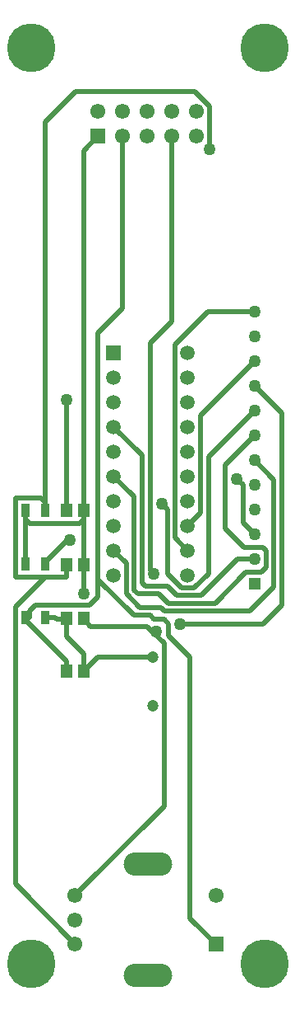
<source format=gbr>
%TF.GenerationSoftware,Altium Limited,Altium Designer,24.3.1 (35)*%
G04 Layer_Physical_Order=1*
G04 Layer_Color=255*
%FSLAX45Y45*%
%MOMM*%
%TF.SameCoordinates,0FFCB549-CC09-4AA2-A398-349E3E2AD51F*%
%TF.FilePolarity,Positive*%
%TF.FileFunction,Copper,L1,Top,Signal*%
%TF.Part,Single*%
G01*
G75*
%TA.AperFunction,SMDPad,CuDef*%
%ADD10R,0.95000X1.45000*%
%ADD11R,1.16000X1.47000*%
%TA.AperFunction,Conductor*%
%ADD12C,0.50000*%
%TA.AperFunction,ViaPad*%
%ADD13C,5.00000*%
%TA.AperFunction,ComponentPad*%
%ADD14C,1.55000*%
%ADD15R,1.55000X1.55000*%
%ADD16C,1.27000*%
%ADD17R,1.27000X1.27000*%
%ADD18R,1.50000X1.50000*%
%ADD19C,1.50000*%
%ADD20C,1.20000*%
G04:AMPARAMS|DCode=21|XSize=2.4mm|YSize=5mm|CornerRadius=1.2mm|HoleSize=0mm|Usage=FLASHONLY|Rotation=90.000|XOffset=0mm|YOffset=0mm|HoleType=Round|Shape=RoundedRectangle|*
%AMROUNDEDRECTD21*
21,1,2.40000,2.60000,0,0,90.0*
21,1,0.00000,5.00000,0,0,90.0*
1,1,2.40000,1.30000,0.00000*
1,1,2.40000,1.30000,0.00000*
1,1,2.40000,-1.30000,0.00000*
1,1,2.40000,-1.30000,0.00000*
%
%ADD21ROUNDEDRECTD21*%
%ADD22R,1.55000X1.55000*%
%TA.AperFunction,ViaPad*%
%ADD23C,1.27000*%
D10*
X442301Y4400000D02*
D03*
X242301D02*
D03*
Y3850001D02*
D03*
X442301D02*
D03*
Y4950999D02*
D03*
X242301D02*
D03*
D11*
X837499Y4399000D02*
D03*
X662498D02*
D03*
Y4949999D02*
D03*
X837499D02*
D03*
X662498Y3301153D02*
D03*
X837499D02*
D03*
Y3849001D02*
D03*
X662498D02*
D03*
D12*
X2600000Y6231998D02*
X2879080Y5952918D01*
Y3979160D02*
Y5952918D01*
X2686040Y3786120D02*
X2879080Y3979160D01*
X2798501Y4162741D02*
Y5271497D01*
X2512299Y4318499D02*
X2667239D01*
X2718501Y4369761D02*
Y4540500D01*
X2600000Y5469998D02*
X2798501Y5271497D01*
X2493000Y4572499D02*
X2686502D01*
X2718501Y4540500D01*
X2667239Y4318499D02*
X2718501Y4369761D01*
X2553757Y3917997D02*
X2798501Y4162741D01*
X442301Y4400002D02*
Y4425002D01*
X685267Y4635267D02*
X700000Y4650000D01*
X652565Y4635267D02*
X685267D01*
X442301Y4425002D02*
X652565Y4635267D01*
X242301Y4858000D02*
Y4949999D01*
X442301Y5034179D02*
Y8941400D01*
Y4949999D02*
Y5034179D01*
X440680Y4271260D02*
X662498D01*
X140960D02*
X440680D01*
X1547739Y3707380D02*
X1667500Y3587619D01*
X986780Y4247028D02*
Y6775939D01*
Y4062980D02*
Y4247028D01*
X280660Y3850001D02*
Y3923280D01*
X837499Y4949999D02*
Y8649499D01*
X984001Y8796001D01*
X662498Y4949999D02*
Y6086496D01*
X397500Y5078980D02*
X442301Y5034179D01*
X138420Y5078980D02*
X397500D01*
X138420Y4273800D02*
Y5078980D01*
Y4273800D02*
X140960Y4271260D01*
X1667500Y1917498D02*
Y3587619D01*
X750001Y999999D02*
X1667500Y1917498D01*
X1547739Y3707380D02*
X1588760D01*
X1490681Y3764438D02*
X1547739Y3707380D01*
X907441Y3764438D02*
X1490681D01*
X837499Y3834380D02*
X907441Y3764438D01*
X1746001Y6892301D02*
Y8796001D01*
X1523162Y6669462D02*
X1746001Y6892301D01*
X1523162Y4339398D02*
Y6669462D01*
Y4339398D02*
X1560820Y4301740D01*
X837499Y3834380D02*
Y3836701D01*
X1238001Y7027160D02*
Y8796001D01*
X986780Y6775939D02*
X1238001Y7027160D01*
X986780Y4247028D02*
X1357620Y3876188D01*
X1524092D01*
X1562283Y3837997D01*
X1667500D01*
X1716639Y3788858D01*
Y3666740D02*
Y3788858D01*
Y3666740D02*
X1934200Y3449179D01*
Y765801D02*
Y3449179D01*
Y765801D02*
X2200001Y500000D01*
X1150000Y5303999D02*
X1360003Y5093996D01*
Y4134257D02*
Y5093996D01*
Y4134257D02*
X1396701Y4097559D01*
X1613307D01*
X1712870Y3997997D01*
X2191797D01*
X2512299Y4318499D01*
X2298299Y4767200D02*
X2493000Y4572499D01*
X2298299Y4767200D02*
Y5422296D01*
X2600000Y5723998D01*
X2124797Y5502794D02*
X2600000Y5977998D01*
X2124797Y4305794D02*
Y5502794D01*
X1976999Y4157996D02*
X2124797Y4305794D01*
X1849344Y4157996D02*
X1976999D01*
X1701780Y4305560D02*
X1849344Y4157996D01*
X1701780Y4305560D02*
Y4963420D01*
X1642100Y5023100D02*
X1701780Y4963420D01*
X1671061Y3917997D02*
X2553757D01*
X1632870Y3956188D02*
X1671061Y3917997D01*
X1419815Y3956188D02*
X1632870D01*
X1280003Y4096000D02*
X1419815Y3956188D01*
X1280003Y4096000D02*
Y4411996D01*
X1150000Y4541999D02*
X1280003Y4411996D01*
X242301Y3850001D02*
X280660D01*
Y3923280D02*
X337881Y3980501D01*
X904301D01*
X986780Y4062980D01*
X986348Y3450002D02*
X1550000D01*
X837499Y3301153D02*
X986348Y3450002D01*
X2427803Y4453998D02*
X2600000D01*
X2051802Y4077996D02*
X2427803Y4453998D01*
X1800022Y4077996D02*
X2051802D01*
X1700459Y4177559D02*
X1800022Y4077996D01*
X1477000Y4177559D02*
X1700459D01*
X1441440Y4213119D02*
X1477000Y4177559D01*
X1441440Y4213119D02*
Y5520559D01*
X1150000Y5811999D02*
X1441440Y5520559D01*
X837499Y4099002D02*
Y4386703D01*
X1835140Y3786120D02*
X2686040D01*
X2480300Y4827698D02*
X2600000Y4707998D01*
X2480300Y4827698D02*
Y5216140D01*
X2416800Y5279640D02*
X2480300Y5216140D01*
X1912000Y4795999D02*
X2044797Y4928795D01*
Y5930794D01*
X2600000Y6485998D01*
X2139940Y8662920D02*
Y9099800D01*
X1985000Y9254740D02*
X2139940Y9099800D01*
X755640Y9254740D02*
X1985000D01*
X442301Y8941400D02*
X755640Y9254740D01*
X558120Y3836701D02*
X662498D01*
X544820Y3850001D02*
X558120Y3836701D01*
X442301Y3850001D02*
X544820D01*
X135362Y1114639D02*
X750001Y500000D01*
X135362Y1114639D02*
Y3965942D01*
X440680Y4271260D01*
X662498D02*
Y4386703D01*
X1781800Y4672199D02*
X1912000Y4541999D01*
X1781800Y4672199D02*
Y6658860D01*
X2116938Y6993998D01*
X2600000D01*
X662498Y3301153D02*
Y3404023D01*
X242301Y3824220D02*
X662498Y3404023D01*
X242301Y3824220D02*
Y3850001D01*
X662498Y3656321D02*
Y3836701D01*
Y3656321D02*
X837499Y3481320D01*
Y3301153D02*
Y3481320D01*
Y4858000D02*
Y4949999D01*
X799399Y4819900D02*
X837499Y4858000D01*
X280401Y4819900D02*
X799399D01*
X242301Y4858000D02*
X280401Y4819900D01*
X837499Y4386703D02*
Y4858000D01*
X242301Y4400002D02*
Y4858000D01*
D13*
X300000Y300000D02*
D03*
X2700000D02*
D03*
Y9700002D02*
D03*
X300000D02*
D03*
D14*
X2000001Y9050001D02*
D03*
X1746001D02*
D03*
X1492001D02*
D03*
X1238001D02*
D03*
X984001D02*
D03*
X2000001Y8796001D02*
D03*
X1746001D02*
D03*
X1492001D02*
D03*
X1238001D02*
D03*
X750001Y999999D02*
D03*
Y750002D02*
D03*
Y500000D02*
D03*
X2200001Y999999D02*
D03*
D15*
X984001Y8796001D02*
D03*
D16*
X2600000Y5469998D02*
D03*
Y6993998D02*
D03*
Y6739998D02*
D03*
Y6485998D02*
D03*
Y6231998D02*
D03*
Y5977998D02*
D03*
Y5723998D02*
D03*
Y5215998D02*
D03*
Y4961998D02*
D03*
Y4707998D02*
D03*
Y4453998D02*
D03*
D17*
Y4199998D02*
D03*
D18*
X1150000Y6573999D02*
D03*
D19*
Y6319999D02*
D03*
Y6065999D02*
D03*
Y5811999D02*
D03*
Y5557999D02*
D03*
Y5303999D02*
D03*
Y5049999D02*
D03*
Y4795999D02*
D03*
Y4541999D02*
D03*
Y4287999D02*
D03*
X1912000Y6573999D02*
D03*
Y6319999D02*
D03*
Y6065999D02*
D03*
Y5811999D02*
D03*
Y5557999D02*
D03*
Y5303999D02*
D03*
Y5049999D02*
D03*
Y4795999D02*
D03*
Y4541999D02*
D03*
Y4287999D02*
D03*
D20*
X1550000Y2950003D02*
D03*
Y3450002D02*
D03*
D21*
X1500002Y1319998D02*
D03*
Y180001D02*
D03*
D22*
X2200001Y500000D02*
D03*
D23*
X700000Y4650000D02*
D03*
X662498Y6086496D02*
D03*
X1588760Y3707380D02*
D03*
X1560820Y4301740D02*
D03*
X1642100Y5023100D02*
D03*
X837499Y4099002D02*
D03*
X1835140Y3786120D02*
D03*
X2416800Y5279640D02*
D03*
X2139940Y8662920D02*
D03*
%TF.MD5,acea82e41c4b18fb68e10e4171082e97*%
M02*

</source>
